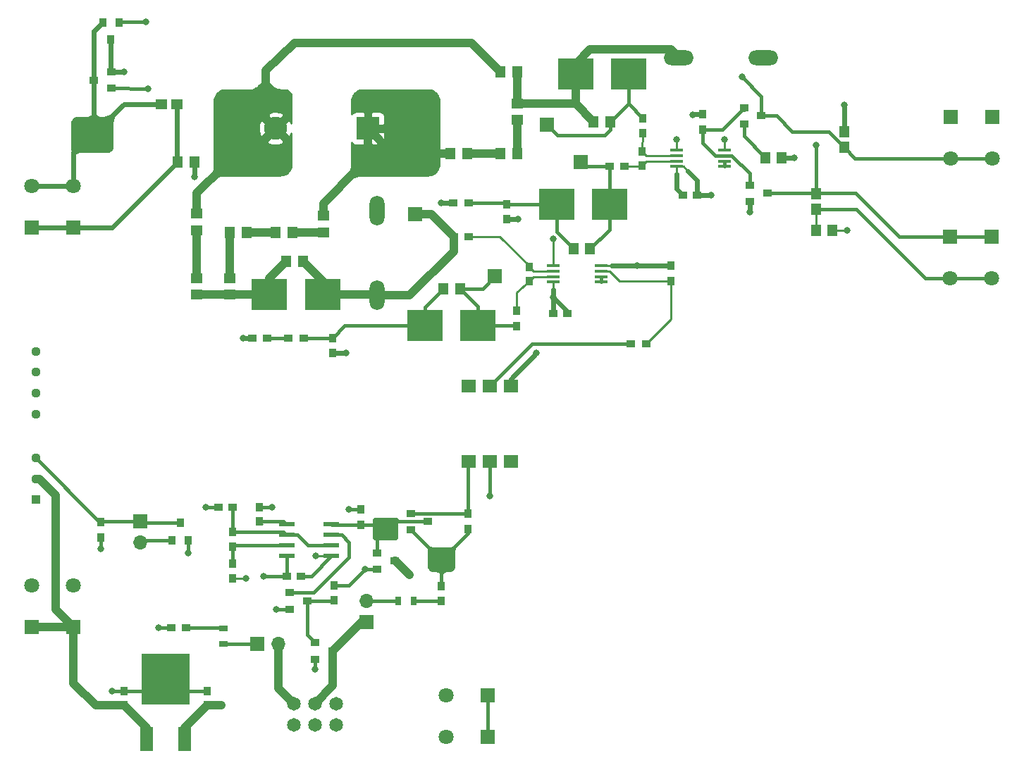
<source format=gtl>
G04 #@! TF.GenerationSoftware,KiCad,Pcbnew,(5.1.10)-1*
G04 #@! TF.CreationDate,2022-04-06T19:53:40-07:00*
G04 #@! TF.ProjectId,RacingTeam,52616369-6e67-4546-9561-6d2e6b696361,rev?*
G04 #@! TF.SameCoordinates,Original*
G04 #@! TF.FileFunction,Copper,L1,Top*
G04 #@! TF.FilePolarity,Positive*
%FSLAX46Y46*%
G04 Gerber Fmt 4.6, Leading zero omitted, Abs format (unit mm)*
G04 Created by KiCad (PCBNEW (5.1.10)-1) date 2022-04-06 19:53:40*
%MOMM*%
%LPD*%
G01*
G04 APERTURE LIST*
G04 #@! TA.AperFunction,SMDPad,CuDef*
%ADD10R,0.950000X0.975000*%
G04 #@! TD*
G04 #@! TA.AperFunction,SMDPad,CuDef*
%ADD11R,0.850000X1.000000*%
G04 #@! TD*
G04 #@! TA.AperFunction,ComponentPad*
%ADD12C,1.130000*%
G04 #@! TD*
G04 #@! TA.AperFunction,ComponentPad*
%ADD13R,1.130000X1.130000*%
G04 #@! TD*
G04 #@! TA.AperFunction,ComponentPad*
%ADD14O,1.700000X1.700000*%
G04 #@! TD*
G04 #@! TA.AperFunction,ComponentPad*
%ADD15R,1.700000X1.700000*%
G04 #@! TD*
G04 #@! TA.AperFunction,SMDPad,CuDef*
%ADD16R,0.950000X1.075000*%
G04 #@! TD*
G04 #@! TA.AperFunction,SMDPad,CuDef*
%ADD17R,1.000000X0.850000*%
G04 #@! TD*
G04 #@! TA.AperFunction,SMDPad,CuDef*
%ADD18R,5.800000X6.200000*%
G04 #@! TD*
G04 #@! TA.AperFunction,SMDPad,CuDef*
%ADD19R,1.600000X3.000000*%
G04 #@! TD*
G04 #@! TA.AperFunction,SMDPad,CuDef*
%ADD20R,0.800000X1.100000*%
G04 #@! TD*
G04 #@! TA.AperFunction,SMDPad,CuDef*
%ADD21R,1.100000X0.800000*%
G04 #@! TD*
G04 #@! TA.AperFunction,SMDPad,CuDef*
%ADD22R,0.975000X0.950000*%
G04 #@! TD*
G04 #@! TA.AperFunction,SMDPad,CuDef*
%ADD23R,1.780000X1.520000*%
G04 #@! TD*
G04 #@! TA.AperFunction,SMDPad,CuDef*
%ADD24R,1.570000X0.410000*%
G04 #@! TD*
G04 #@! TA.AperFunction,SMDPad,CuDef*
%ADD25R,1.200000X1.400000*%
G04 #@! TD*
G04 #@! TA.AperFunction,SMDPad,CuDef*
%ADD26R,1.075000X0.950000*%
G04 #@! TD*
G04 #@! TA.AperFunction,SMDPad,CuDef*
%ADD27R,1.970000X0.600000*%
G04 #@! TD*
G04 #@! TA.AperFunction,SMDPad,CuDef*
%ADD28R,4.240000X3.810000*%
G04 #@! TD*
G04 #@! TA.AperFunction,ComponentPad*
%ADD29R,1.800000X1.800000*%
G04 #@! TD*
G04 #@! TA.AperFunction,ComponentPad*
%ADD30C,1.800000*%
G04 #@! TD*
G04 #@! TA.AperFunction,SMDPad,CuDef*
%ADD31R,1.300000X1.325000*%
G04 #@! TD*
G04 #@! TA.AperFunction,ComponentPad*
%ADD32O,3.581400X1.790700*%
G04 #@! TD*
G04 #@! TA.AperFunction,SMDPad,CuDef*
%ADD33R,1.400000X1.200000*%
G04 #@! TD*
G04 #@! TA.AperFunction,ComponentPad*
%ADD34O,1.790700X3.581400*%
G04 #@! TD*
G04 #@! TA.AperFunction,ComponentPad*
%ADD35C,2.781300*%
G04 #@! TD*
G04 #@! TA.AperFunction,ComponentPad*
%ADD36R,2.781300X2.781300*%
G04 #@! TD*
G04 #@! TA.AperFunction,SMDPad,CuDef*
%ADD37R,1.325000X1.300000*%
G04 #@! TD*
G04 #@! TA.AperFunction,ComponentPad*
%ADD38C,1.650000*%
G04 #@! TD*
G04 #@! TA.AperFunction,ViaPad*
%ADD39C,0.800000*%
G04 #@! TD*
G04 #@! TA.AperFunction,Conductor*
%ADD40C,0.250000*%
G04 #@! TD*
G04 #@! TA.AperFunction,Conductor*
%ADD41C,0.400000*%
G04 #@! TD*
G04 #@! TA.AperFunction,Conductor*
%ADD42C,0.600000*%
G04 #@! TD*
G04 #@! TA.AperFunction,Conductor*
%ADD43C,1.000000*%
G04 #@! TD*
G04 #@! TA.AperFunction,Conductor*
%ADD44C,0.254000*%
G04 #@! TD*
G04 #@! TA.AperFunction,Conductor*
%ADD45C,0.100000*%
G04 #@! TD*
G04 #@! TA.AperFunction,Conductor*
%ADD46C,0.500000*%
G04 #@! TD*
G04 APERTURE END LIST*
D10*
G04 #@! TO.P,R37,2*
G04 #@! TO.N,GLV-*
X121500000Y-95662500D03*
G04 #@! TO.P,R37,1*
G04 #@! TO.N,/Enable*
X121500000Y-93837500D03*
G04 #@! TD*
D11*
G04 #@! TO.P,Q9,3*
G04 #@! TO.N,/Enable*
X131020000Y-93900000D03*
G04 #@! TO.P,Q9,1*
G04 #@! TO.N,/Shutdown*
X130040000Y-96000000D03*
G04 #@! TO.P,Q9,2*
G04 #@! TO.N,GLV+*
X132000000Y-96000000D03*
G04 #@! TD*
D12*
G04 #@! TO.P,PS1,7*
G04 #@! TO.N,GND*
X113650000Y-75820000D03*
G04 #@! TO.P,PS1,6*
G04 #@! TO.N,+12V*
X113650000Y-78320000D03*
G04 #@! TO.P,PS1,5*
G04 #@! TO.N,N/C*
X113650000Y-80820000D03*
G04 #@! TO.P,PS1,8*
X113650000Y-73320000D03*
G04 #@! TO.P,PS1,3*
G04 #@! TO.N,/Enable*
X113650000Y-86120000D03*
G04 #@! TO.P,PS1,2*
G04 #@! TO.N,+BATT*
X113650000Y-88620000D03*
D13*
G04 #@! TO.P,PS1,1*
G04 #@! TO.N,GLV-*
X113650000Y-91120000D03*
G04 #@! TD*
D14*
G04 #@! TO.P,JP3,2*
G04 #@! TO.N,/Shutdown*
X126250000Y-96250000D03*
D15*
G04 #@! TO.P,JP3,1*
G04 #@! TO.N,/Enable*
X126250000Y-93710000D03*
G04 #@! TD*
D16*
G04 #@! TO.P,C10,1*
G04 #@! TO.N,GLV+*
X134250000Y-115862500D03*
G04 #@! TO.P,C10,2*
G04 #@! TO.N,GLV-*
X134250000Y-114137500D03*
G04 #@! TD*
D17*
G04 #@! TO.P,Q4,2*
G04 #@! TO.N,+12V*
X122750000Y-39720000D03*
G04 #@! TO.P,Q4,1*
G04 #@! TO.N,/AIRON*
X122750000Y-41680000D03*
G04 #@! TO.P,Q4,3*
G04 #@! TO.N,/DischargeIn*
X120650000Y-40700000D03*
G04 #@! TD*
D18*
G04 #@! TO.P,U4,4*
G04 #@! TO.N,GLV-*
X129300000Y-112700000D03*
D19*
G04 #@! TO.P,U4,3*
G04 #@! TO.N,GLV+*
X131590000Y-119910000D03*
G04 #@! TO.P,U4,1*
G04 #@! TO.N,+BATT*
X127010000Y-119910000D03*
G04 #@! TD*
D10*
G04 #@! TO.P,R32,1*
G04 #@! TO.N,/OBLEDResistorRed*
X162400000Y-103300000D03*
G04 #@! TO.P,R32,2*
G04 #@! TO.N,GLV-*
X162400000Y-101475000D03*
G04 #@! TD*
D20*
G04 #@! TO.P,D8,1*
G04 #@! TO.N,/OBLEDResistorRed*
X159100000Y-103300000D03*
G04 #@! TO.P,D8,2*
G04 #@! TO.N,/OBLEDRed*
X157200000Y-103300000D03*
G04 #@! TD*
D14*
G04 #@! TO.P,JP2,2*
G04 #@! TO.N,/OBLEDRed*
X153400000Y-103300000D03*
D15*
G04 #@! TO.P,JP2,1*
G04 #@! TO.N,/RED+*
X153400000Y-105840000D03*
G04 #@! TD*
D10*
G04 #@! TO.P,R26,1*
G04 #@! TO.N,/InvertBus*
X165600000Y-92800000D03*
G04 #@! TO.P,R26,2*
G04 #@! TO.N,GLV-*
X165600000Y-94625000D03*
G04 #@! TD*
D17*
G04 #@! TO.P,Q5,3*
G04 #@! TO.N,/555Reset*
X160800000Y-93750000D03*
G04 #@! TO.P,Q5,1*
G04 #@! TO.N,/InvertBus*
X158700000Y-92770000D03*
G04 #@! TO.P,Q5,2*
G04 #@! TO.N,GLV-*
X158700000Y-94730000D03*
G04 #@! TD*
D10*
G04 #@! TO.P,R27,2*
G04 #@! TO.N,/555Reset*
X152700000Y-94112500D03*
G04 #@! TO.P,R27,1*
G04 #@! TO.N,GLV+*
X152700000Y-92287500D03*
G04 #@! TD*
D17*
G04 #@! TO.P,Q8,2*
G04 #@! TO.N,GLV+*
X147250000Y-110280000D03*
G04 #@! TO.P,Q8,1*
G04 #@! TO.N,/555DriveRED*
X147250000Y-108320000D03*
G04 #@! TO.P,Q8,3*
G04 #@! TO.N,/RED+*
X149350000Y-109300000D03*
G04 #@! TD*
G04 #@! TO.P,Q7,2*
G04 #@! TO.N,GLV-*
X144150000Y-104280000D03*
G04 #@! TO.P,Q7,1*
G04 #@! TO.N,/555Output*
X144150000Y-102320000D03*
G04 #@! TO.P,Q7,3*
G04 #@! TO.N,/555DriveRED*
X146250000Y-103300000D03*
G04 #@! TD*
D10*
G04 #@! TO.P,R31,2*
G04 #@! TO.N,/555DriveRED*
X149500000Y-103250000D03*
G04 #@! TO.P,R31,1*
G04 #@! TO.N,GLV+*
X149500000Y-101425000D03*
G04 #@! TD*
D16*
G04 #@! TO.P,C9,2*
G04 #@! TO.N,GLV-*
X124300000Y-114137500D03*
G04 #@! TO.P,C9,1*
G04 #@! TO.N,+BATT*
X124300000Y-115862500D03*
G04 #@! TD*
D15*
G04 #@! TO.P,JP1,1*
G04 #@! TO.N,/OBLEDGreen*
X140250000Y-108500000D03*
D14*
G04 #@! TO.P,JP1,2*
G04 #@! TO.N,/Green+*
X142790000Y-108500000D03*
G04 #@! TD*
D21*
G04 #@! TO.P,D6,2*
G04 #@! TO.N,/OBLEDGreen*
X136250000Y-108500000D03*
G04 #@! TO.P,D6,1*
G04 #@! TO.N,/OBLEDResistorGreen*
X136250000Y-106600000D03*
G04 #@! TD*
D22*
G04 #@! TO.P,R28,1*
G04 #@! TO.N,/OBLEDResistorGreen*
X131750000Y-106500000D03*
G04 #@! TO.P,R28,2*
G04 #@! TO.N,GLV-*
X129925000Y-106500000D03*
G04 #@! TD*
D17*
G04 #@! TO.P,Q6,3*
G04 #@! TO.N,/Green+*
X156800000Y-98500000D03*
G04 #@! TO.P,Q6,1*
G04 #@! TO.N,/555Reset*
X154700000Y-97520000D03*
G04 #@! TO.P,Q6,2*
G04 #@! TO.N,GLV+*
X154700000Y-99480000D03*
G04 #@! TD*
D23*
G04 #@! TO.P,U3,3*
G04 #@! TO.N,N/C*
X165660000Y-77495000D03*
G04 #@! TO.P,U3,1*
G04 #@! TO.N,+12V*
X170740000Y-77495000D03*
G04 #@! TO.P,U3,2*
G04 #@! TO.N,Net-(R24-Pad2)*
X168200000Y-77495000D03*
G04 #@! TO.P,U3,4*
G04 #@! TO.N,/InvertBus*
X165660000Y-86505000D03*
G04 #@! TO.P,U3,6*
G04 #@! TO.N,Net-(U3-Pad6)*
X170740000Y-86505000D03*
G04 #@! TO.P,U3,5*
G04 #@! TO.N,GLV+*
X168200000Y-86505000D03*
G04 #@! TD*
D16*
G04 #@! TO.P,C3,1*
G04 #@! TO.N,/TSAL_LM311V+*
X172950000Y-63125000D03*
G04 #@! TO.P,C3,2*
G04 #@! TO.N,/TSAL_LM311V-*
X172950000Y-64850000D03*
G04 #@! TD*
D24*
G04 #@! TO.P,U2,1*
G04 #@! TO.N,GND*
X175830000Y-63025000D03*
G04 #@! TO.P,U2,2*
G04 #@! TO.N,/TSAL_LM311V+*
X175830000Y-63675000D03*
G04 #@! TO.P,U2,3*
G04 #@! TO.N,/TSAL_LM311V-*
X175830000Y-64325000D03*
G04 #@! TO.P,U2,4*
G04 #@! TO.N,GND*
X175830000Y-64975000D03*
G04 #@! TO.P,U2,5*
G04 #@! TO.N,Net-(U2-Pad5)*
X181570000Y-64975000D03*
G04 #@! TO.P,U2,6*
X181570000Y-64325000D03*
G04 #@! TO.P,U2,7*
G04 #@! TO.N,/TSALCompOut*
X181570000Y-63675000D03*
G04 #@! TO.P,U2,8*
G04 #@! TO.N,+12V*
X181570000Y-63025000D03*
G04 #@! TD*
D25*
G04 #@! TO.P,R36,2*
G04 #@! TO.N,/PrechargeTP-*
X180250000Y-61000000D03*
G04 #@! TO.P,R36,1*
G04 #@! TO.N,/PrechargeRef2*
X178250000Y-61000000D03*
G04 #@! TD*
D10*
G04 #@! TO.P,R5,2*
G04 #@! TO.N,GND*
X170250000Y-57412500D03*
G04 #@! TO.P,R5,1*
G04 #@! TO.N,/PrechargeRef2*
X170250000Y-55587500D03*
G04 #@! TD*
D26*
G04 #@! TO.P,C8,1*
G04 #@! TO.N,/555Trigger*
X137300000Y-92000000D03*
G04 #@! TO.P,C8,2*
G04 #@! TO.N,GLV-*
X135575000Y-92000000D03*
G04 #@! TD*
D27*
G04 #@! TO.P,U6,8*
G04 #@! TO.N,GLV+*
X143800000Y-97905000D03*
G04 #@! TO.P,U6,7*
G04 #@! TO.N,/555Discharge*
X143800000Y-96635000D03*
G04 #@! TO.P,U6,6*
G04 #@! TO.N,/555Trigger*
X143800000Y-95365000D03*
G04 #@! TO.P,U6,5*
G04 #@! TO.N,Net-(C6-Pad1)*
X143800000Y-94095000D03*
G04 #@! TO.P,U6,4*
G04 #@! TO.N,/555Reset*
X149200000Y-94095000D03*
G04 #@! TO.P,U6,3*
G04 #@! TO.N,/555Output*
X149200000Y-95365000D03*
G04 #@! TO.P,U6,2*
G04 #@! TO.N,/555Trigger*
X149200000Y-96635000D03*
G04 #@! TO.P,U6,1*
G04 #@! TO.N,GLV-*
X149200000Y-97905000D03*
G04 #@! TD*
D26*
G04 #@! TO.P,C5,1*
G04 #@! TO.N,GLV+*
X143837500Y-100300000D03*
G04 #@! TO.P,C5,2*
G04 #@! TO.N,GLV-*
X145562500Y-100300000D03*
G04 #@! TD*
D16*
G04 #@! TO.P,C6,2*
G04 #@! TO.N,GLV-*
X140500000Y-92000000D03*
G04 #@! TO.P,C6,1*
G04 #@! TO.N,Net-(C6-Pad1)*
X140500000Y-93725000D03*
G04 #@! TD*
D10*
G04 #@! TO.P,R30,1*
G04 #@! TO.N,/555Discharge*
X137300000Y-96800000D03*
G04 #@! TO.P,R30,2*
G04 #@! TO.N,/555Trigger*
X137300000Y-94975000D03*
G04 #@! TD*
G04 #@! TO.P,R29,1*
G04 #@! TO.N,GLV+*
X137300000Y-100600000D03*
G04 #@! TO.P,R29,2*
G04 #@! TO.N,/555Discharge*
X137300000Y-98775000D03*
G04 #@! TD*
D22*
G04 #@! TO.P,R4,2*
G04 #@! TO.N,/PrechargeRef2*
X165662500Y-55500000D03*
G04 #@! TO.P,R4,1*
G04 #@! TO.N,+12V*
X163837500Y-55500000D03*
G04 #@! TD*
G04 #@! TO.P,R18,1*
G04 #@! TO.N,/TSAL_LM311V+*
X165700000Y-59500000D03*
G04 #@! TO.P,R18,2*
G04 #@! TO.N,/BusRefTSAL*
X163875000Y-59500000D03*
G04 #@! TD*
D25*
G04 #@! TO.P,R34,1*
G04 #@! TO.N,/TSALRef*
X164650000Y-65750000D03*
G04 #@! TO.P,R34,2*
G04 #@! TO.N,/TSALREFOut*
X162650000Y-65750000D03*
G04 #@! TD*
D15*
G04 #@! TO.P,J4,1*
G04 #@! TO.N,/TSALRef*
X168800000Y-64300000D03*
G04 #@! TD*
D28*
G04 #@! TO.P,F2,2*
G04 #@! TO.N,/TSALREFOut*
X160420000Y-70200000D03*
G04 #@! TO.P,F2,1*
G04 #@! TO.N,/TSALRef*
X166800000Y-70200000D03*
G04 #@! TD*
D10*
G04 #@! TO.P,R19,1*
G04 #@! TO.N,/TSAL_LM311V-*
X171450000Y-68425000D03*
G04 #@! TO.P,R19,2*
G04 #@! TO.N,/TSALRef*
X171450000Y-70250000D03*
G04 #@! TD*
D26*
G04 #@! TO.P,C4,2*
G04 #@! TO.N,GND*
X177562500Y-68750000D03*
G04 #@! TO.P,C4,1*
X175837500Y-68750000D03*
G04 #@! TD*
D22*
G04 #@! TO.P,R24,2*
G04 #@! TO.N,Net-(R24-Pad2)*
X185187500Y-72400000D03*
G04 #@! TO.P,R24,1*
G04 #@! TO.N,/TSALCompOut*
X187012500Y-72400000D03*
G04 #@! TD*
D10*
G04 #@! TO.P,R22,1*
G04 #@! TO.N,/TSALCompOut*
X190000000Y-64850000D03*
G04 #@! TO.P,R22,2*
G04 #@! TO.N,+12V*
X190000000Y-63025000D03*
G04 #@! TD*
D29*
G04 #@! TO.P,J6,1*
G04 #@! TO.N,/PreChargeON*
X228500000Y-59500000D03*
D30*
G04 #@! TO.P,J6,2*
G04 #@! TO.N,/PrechargeRelayOut*
X228500000Y-64500000D03*
D29*
G04 #@! TO.P,J6,1*
G04 #@! TO.N,/PreChargeON*
X223500000Y-59500000D03*
D30*
G04 #@! TO.P,J6,2*
G04 #@! TO.N,/PrechargeRelayOut*
X223500000Y-64500000D03*
G04 #@! TD*
G04 #@! TO.P,J7,2*
G04 #@! TO.N,/AIRON*
X223600000Y-50100000D03*
D29*
G04 #@! TO.P,J7,1*
G04 #@! TO.N,+12V*
X223600000Y-45100000D03*
D30*
G04 #@! TO.P,J7,2*
G04 #@! TO.N,/AIRON*
X228600000Y-50100000D03*
D29*
G04 #@! TO.P,J7,1*
G04 #@! TO.N,+12V*
X228600000Y-45100000D03*
G04 #@! TD*
D17*
G04 #@! TO.P,Q1,3*
G04 #@! TO.N,/PreChargeON*
X201550000Y-54300000D03*
G04 #@! TO.P,Q1,1*
G04 #@! TO.N,/PrechargeCompOUT*
X199450000Y-53320000D03*
G04 #@! TO.P,Q1,2*
G04 #@! TO.N,+12V*
X199450000Y-55280000D03*
G04 #@! TD*
D25*
G04 #@! TO.P,R21,1*
G04 #@! TO.N,GND*
X209400000Y-58800000D03*
G04 #@! TO.P,R21,2*
G04 #@! TO.N,/PrechargeRelayOut*
X207400000Y-58800000D03*
G04 #@! TD*
D31*
G04 #@! TO.P,D3,2*
G04 #@! TO.N,/PrechargeRelayOut*
X207400000Y-56250000D03*
G04 #@! TO.P,D3,1*
G04 #@! TO.N,/PreChargeON*
X207400000Y-54325000D03*
G04 #@! TD*
D25*
G04 #@! TO.P,R23,2*
G04 #@! TO.N,Net-(Q2-Pad2)*
X201300000Y-50000000D03*
G04 #@! TO.P,R23,1*
G04 #@! TO.N,GND*
X203300000Y-50000000D03*
G04 #@! TD*
D31*
G04 #@! TO.P,D4,1*
G04 #@! TO.N,+12V*
X210800000Y-46875000D03*
G04 #@! TO.P,D4,2*
G04 #@! TO.N,/AIRON*
X210800000Y-48800000D03*
G04 #@! TD*
D17*
G04 #@! TO.P,Q2,3*
G04 #@! TO.N,/AIRON*
X200850000Y-45000000D03*
G04 #@! TO.P,Q2,1*
G04 #@! TO.N,/PrechargeCompOUT*
X198750000Y-44020000D03*
G04 #@! TO.P,Q2,2*
G04 #@! TO.N,Net-(Q2-Pad2)*
X198750000Y-45980000D03*
G04 #@! TD*
D28*
G04 #@! TO.P,F5,1*
G04 #@! TO.N,/PrechargeRef2*
X176220000Y-55600000D03*
G04 #@! TO.P,F5,2*
G04 #@! TO.N,/PrechargeTP-*
X182600000Y-55600000D03*
G04 #@! TD*
D26*
G04 #@! TO.P,C2,1*
G04 #@! TO.N,GND*
X191387500Y-54500000D03*
G04 #@! TO.P,C2,2*
X193112500Y-54500000D03*
G04 #@! TD*
D10*
G04 #@! TO.P,R20,2*
G04 #@! TO.N,+12V*
X193800000Y-44825000D03*
G04 #@! TO.P,R20,1*
G04 #@! TO.N,/PrechargeCompOUT*
X193800000Y-46650000D03*
G04 #@! TD*
D24*
G04 #@! TO.P,U1,8*
G04 #@! TO.N,+12V*
X196370000Y-49125000D03*
G04 #@! TO.P,U1,7*
G04 #@! TO.N,/PrechargeCompOUT*
X196370000Y-49775000D03*
G04 #@! TO.P,U1,6*
G04 #@! TO.N,Net-(U1-Pad5)*
X196370000Y-50425000D03*
G04 #@! TO.P,U1,5*
X196370000Y-51075000D03*
G04 #@! TO.P,U1,4*
G04 #@! TO.N,GND*
X190630000Y-51075000D03*
G04 #@! TO.P,U1,3*
G04 #@! TO.N,/PrechargeV-*
X190630000Y-50425000D03*
G04 #@! TO.P,U1,2*
G04 #@! TO.N,/PreChargeV+*
X190630000Y-49775000D03*
G04 #@! TO.P,U1,1*
G04 #@! TO.N,GND*
X190630000Y-49125000D03*
G04 #@! TD*
D10*
G04 #@! TO.P,R16,2*
G04 #@! TO.N,/PrechargeTP+*
X186550000Y-45287500D03*
G04 #@! TO.P,R16,1*
G04 #@! TO.N,/PreChargeV+*
X186550000Y-47112500D03*
G04 #@! TD*
D16*
G04 #@! TO.P,C1,2*
G04 #@! TO.N,/PrechargeV-*
X186500000Y-51000000D03*
G04 #@! TO.P,C1,1*
G04 #@! TO.N,/PreChargeV+*
X186500000Y-49275000D03*
G04 #@! TD*
D22*
G04 #@! TO.P,R17,2*
G04 #@! TO.N,/PrechargeTP-*
X182575000Y-51050000D03*
G04 #@! TO.P,R17,1*
G04 #@! TO.N,/PrechargeV-*
X184400000Y-51050000D03*
G04 #@! TD*
D15*
G04 #@! TO.P,J2,1*
G04 #@! TO.N,/PrechargeTP-*
X179120000Y-50580000D03*
G04 #@! TD*
G04 #@! TO.P,J3,1*
G04 #@! TO.N,/PrechargeTP+*
X175100000Y-46100000D03*
G04 #@! TD*
D32*
G04 #@! TO.P,D1,2*
G04 #@! TO.N,GND*
X201080000Y-38000000D03*
G04 #@! TO.P,D1,1*
G04 #@! TO.N,/PrechargeBus*
X190920000Y-38000000D03*
G04 #@! TD*
D28*
G04 #@! TO.P,F6,2*
G04 #@! TO.N,/PrechargeTP+*
X184880000Y-40000000D03*
G04 #@! TO.P,F6,1*
G04 #@! TO.N,/PrechargeBus*
X178500000Y-40000000D03*
G04 #@! TD*
D25*
G04 #@! TO.P,R11,2*
G04 #@! TO.N,/BusReturn*
X169500000Y-39750000D03*
G04 #@! TO.P,R11,1*
G04 #@! TO.N,/PrechargeBus*
X171500000Y-39750000D03*
G04 #@! TD*
G04 #@! TO.P,R35,1*
G04 #@! TO.N,/PrechargeTP+*
X182700000Y-45700000D03*
G04 #@! TO.P,R35,2*
G04 #@! TO.N,/PrechargeBus*
X180700000Y-45700000D03*
G04 #@! TD*
D33*
G04 #@! TO.P,R10,1*
G04 #@! TO.N,Net-(R10-Pad1)*
X171500000Y-45500000D03*
G04 #@! TO.P,R10,2*
G04 #@! TO.N,/PrechargeBus*
X171500000Y-43500000D03*
G04 #@! TD*
D25*
G04 #@! TO.P,R9,2*
G04 #@! TO.N,Net-(R10-Pad1)*
X171500000Y-49500000D03*
G04 #@! TO.P,R9,1*
G04 #@! TO.N,Net-(R8-Pad2)*
X169500000Y-49500000D03*
G04 #@! TD*
G04 #@! TO.P,R8,2*
G04 #@! TO.N,Net-(R8-Pad2)*
X165500000Y-49500000D03*
G04 #@! TO.P,R8,1*
G04 #@! TO.N,/BusLine*
X163500000Y-49500000D03*
G04 #@! TD*
D34*
G04 #@! TO.P,D2,1*
G04 #@! TO.N,/BusRefTSAL*
X154700000Y-66560000D03*
G04 #@! TO.P,D2,2*
G04 #@! TO.N,GND*
X154700000Y-56400000D03*
G04 #@! TD*
D15*
G04 #@! TO.P,J5,1*
G04 #@! TO.N,/BusRefTSAL*
X159200000Y-56800000D03*
G04 #@! TD*
D33*
G04 #@! TO.P,R6,2*
G04 #@! TO.N,/BusLine*
X148250000Y-57000000D03*
G04 #@! TO.P,R6,1*
G04 #@! TO.N,Net-(R12-Pad2)*
X148250000Y-59000000D03*
G04 #@! TD*
D25*
G04 #@! TO.P,R12,1*
G04 #@! TO.N,Net-(R12-Pad1)*
X142500000Y-59000000D03*
G04 #@! TO.P,R12,2*
G04 #@! TO.N,Net-(R12-Pad2)*
X144500000Y-59000000D03*
G04 #@! TD*
G04 #@! TO.P,R33,1*
G04 #@! TO.N,/BusRefTSAL*
X145750000Y-62500000D03*
G04 #@! TO.P,R33,2*
G04 #@! TO.N,/BusOutTSAL*
X143750000Y-62500000D03*
G04 #@! TD*
D10*
G04 #@! TO.P,R3,1*
G04 #@! TO.N,GND*
X149300000Y-73500000D03*
G04 #@! TO.P,R3,2*
G04 #@! TO.N,/TSALREFOut*
X149300000Y-71675000D03*
G04 #@! TD*
D22*
G04 #@! TO.P,R2,1*
G04 #@! TO.N,/TSALREFOut*
X145825000Y-71700000D03*
G04 #@! TO.P,R2,2*
G04 #@! TO.N,Net-(R1-Pad1)*
X144000000Y-71700000D03*
G04 #@! TD*
G04 #@! TO.P,R1,2*
G04 #@! TO.N,+12V*
X139675000Y-71700000D03*
G04 #@! TO.P,R1,1*
G04 #@! TO.N,Net-(R1-Pad1)*
X141500000Y-71700000D03*
G04 #@! TD*
D28*
G04 #@! TO.P,F1,1*
G04 #@! TO.N,/BusRefTSAL*
X148130000Y-66500000D03*
G04 #@! TO.P,F1,2*
G04 #@! TO.N,/BusOutTSAL*
X141750000Y-66500000D03*
G04 #@! TD*
D33*
G04 #@! TO.P,R14,1*
G04 #@! TO.N,Net-(R13-Pad2)*
X137000000Y-64500000D03*
G04 #@! TO.P,R14,2*
G04 #@! TO.N,/BusOutTSAL*
X137000000Y-66500000D03*
G04 #@! TD*
G04 #@! TO.P,R15,1*
G04 #@! TO.N,/BusOutTSAL*
X133000000Y-66500000D03*
G04 #@! TO.P,R15,2*
G04 #@! TO.N,Net-(R15-Pad2)*
X133000000Y-64500000D03*
G04 #@! TD*
D25*
G04 #@! TO.P,R13,2*
G04 #@! TO.N,Net-(R13-Pad2)*
X137000000Y-59000000D03*
G04 #@! TO.P,R13,1*
G04 #@! TO.N,Net-(R12-Pad1)*
X139000000Y-59000000D03*
G04 #@! TD*
D33*
G04 #@! TO.P,R7,1*
G04 #@! TO.N,Net-(R15-Pad2)*
X133000000Y-58750000D03*
G04 #@! TO.P,R7,2*
G04 #@! TO.N,/BusReturn*
X133000000Y-56750000D03*
G04 #@! TD*
D35*
G04 #@! TO.P,J1,2*
G04 #@! TO.N,/BusReturn*
X142437400Y-46500000D03*
D36*
G04 #@! TO.P,J1,1*
G04 #@! TO.N,/BusLine*
X153562600Y-46500000D03*
G04 #@! TD*
D37*
G04 #@! TO.P,D5,1*
G04 #@! TO.N,/DischargeIn*
X128737500Y-43600000D03*
G04 #@! TO.P,D5,2*
G04 #@! TO.N,/DischargeOut*
X130662500Y-43600000D03*
G04 #@! TD*
D25*
G04 #@! TO.P,R25,2*
G04 #@! TO.N,/DischargeOut*
X130700000Y-50550000D03*
G04 #@! TO.P,R25,1*
G04 #@! TO.N,GND*
X132700000Y-50550000D03*
G04 #@! TD*
D11*
G04 #@! TO.P,Q3,2*
G04 #@! TO.N,/DischargeIn*
X121720000Y-33750000D03*
G04 #@! TO.P,Q3,1*
G04 #@! TO.N,/PreChargeON*
X123680000Y-33750000D03*
G04 #@! TO.P,Q3,3*
G04 #@! TO.N,+12V*
X122700000Y-35850000D03*
G04 #@! TD*
D30*
G04 #@! TO.P,J8,2*
G04 #@! TO.N,/DischargeIn*
X118200000Y-53400000D03*
D29*
G04 #@! TO.P,J8,1*
G04 #@! TO.N,/DischargeOut*
X118200000Y-58400000D03*
D30*
G04 #@! TO.P,J8,2*
G04 #@! TO.N,/DischargeIn*
X113200000Y-53400000D03*
D29*
G04 #@! TO.P,J8,1*
G04 #@! TO.N,/DischargeOut*
X113200000Y-58400000D03*
G04 #@! TD*
D30*
G04 #@! TO.P,J11,2*
G04 #@! TO.N,GLV-*
X163000000Y-114600000D03*
D29*
G04 #@! TO.P,J11,1*
G04 #@! TO.N,/Shutdown*
X168000000Y-114600000D03*
D30*
G04 #@! TO.P,J11,2*
G04 #@! TO.N,GLV-*
X163000000Y-119600000D03*
D29*
G04 #@! TO.P,J11,1*
G04 #@! TO.N,/Shutdown*
X168000000Y-119600000D03*
G04 #@! TD*
D38*
G04 #@! TO.P,J9,5*
G04 #@! TO.N,GLV-*
X149740000Y-118170000D03*
G04 #@! TO.P,J9,6*
X149740000Y-115630000D03*
G04 #@! TO.P,J9,3*
X147200000Y-118170000D03*
G04 #@! TO.P,J9,4*
G04 #@! TO.N,/RED+*
X147200000Y-115630000D03*
G04 #@! TO.P,J9,1*
G04 #@! TO.N,GLV+*
X144660000Y-118170000D03*
G04 #@! TO.P,J9,2*
G04 #@! TO.N,/Green+*
X144660000Y-115630000D03*
G04 #@! TD*
D29*
G04 #@! TO.P,J10,1*
G04 #@! TO.N,+BATT*
X113200000Y-106400000D03*
D30*
G04 #@! TO.P,J10,2*
G04 #@! TO.N,GLV-*
X113200000Y-101400000D03*
D29*
G04 #@! TO.P,J10,1*
G04 #@! TO.N,+BATT*
X118200000Y-106400000D03*
D30*
G04 #@! TO.P,J10,2*
G04 #@! TO.N,GLV-*
X118200000Y-101400000D03*
G04 #@! TD*
D39*
G04 #@! TO.N,+12V*
X138550000Y-71700000D03*
X162350000Y-55500000D03*
X210800000Y-43700000D03*
X196375000Y-47800000D03*
X192575000Y-44850000D03*
X185900000Y-63025000D03*
X173825000Y-73500000D03*
X199450000Y-56600000D03*
X124300000Y-39700000D03*
G04 #@! TO.N,GLV+*
X138900000Y-100600000D03*
X151300000Y-92300000D03*
X136000000Y-115900000D03*
X147250000Y-111500000D03*
X153200000Y-99500000D03*
X141000000Y-100300000D03*
X168180000Y-90680000D03*
X132000000Y-97500000D03*
G04 #@! TO.N,GND*
X150900000Y-73500000D03*
X171600000Y-57400000D03*
X211150000Y-58800000D03*
X204825000Y-50050000D03*
X194840000Y-54490000D03*
X190650000Y-47825000D03*
X132700000Y-52300000D03*
X175850000Y-59800000D03*
X175800000Y-66775000D03*
G04 #@! TO.N,/AIRON*
X198500000Y-40325000D03*
X127190000Y-41750000D03*
G04 #@! TO.N,/Green+*
X158600000Y-100200000D03*
G04 #@! TO.N,GLV-*
X134100000Y-92000000D03*
X162400000Y-98400000D03*
X142550000Y-104300000D03*
X122800000Y-114150000D03*
X128450000Y-106500000D03*
X147300000Y-97900000D03*
X142060000Y-92000000D03*
X121500000Y-97000000D03*
G04 #@! TO.N,/PreChargeON*
X207400000Y-48550000D03*
X126900000Y-33700000D03*
G04 #@! TD*
D40*
G04 #@! TO.N,Net-(C6-Pad1)*
X140870000Y-94095000D02*
X140500000Y-93725000D01*
D41*
X143430000Y-93725000D02*
X143800000Y-94095000D01*
X140500000Y-93725000D02*
X143430000Y-93725000D01*
D42*
G04 #@! TO.N,+12V*
X163837500Y-55500000D02*
X162350000Y-55500000D01*
X196370000Y-47805000D02*
X196375000Y-47800000D01*
D40*
X196370000Y-49125000D02*
X196370000Y-47805000D01*
D42*
X192600000Y-44825000D02*
X192575000Y-44850000D01*
X193800000Y-44825000D02*
X192600000Y-44825000D01*
X170740000Y-76585000D02*
X173825000Y-73500000D01*
X170740000Y-77495000D02*
X170740000Y-76585000D01*
X199450000Y-55280000D02*
X199450000Y-56600000D01*
X185900000Y-63025000D02*
X190000000Y-63025000D01*
X185900000Y-63025000D02*
X185844999Y-62969999D01*
D40*
X181570000Y-63025000D02*
X182825000Y-63025000D01*
D42*
X185900000Y-63025000D02*
X182825000Y-63025000D01*
X139675000Y-71700000D02*
X138550000Y-71700000D01*
X124280000Y-39720000D02*
X124300000Y-39700000D01*
X122750000Y-39720000D02*
X124280000Y-39720000D01*
X122700000Y-39670000D02*
X122750000Y-39720000D01*
X122700000Y-35850000D02*
X122700000Y-39670000D01*
X210800000Y-46875000D02*
X210800000Y-43700000D01*
D43*
G04 #@! TO.N,GLV+*
X131590000Y-118522500D02*
X134250000Y-115862500D01*
D40*
X131590000Y-119910000D02*
X131590000Y-118522500D01*
X151312500Y-92287500D02*
X151300000Y-92300000D01*
D41*
X152700000Y-92287500D02*
X151312500Y-92287500D01*
D40*
X135962500Y-115862500D02*
X136000000Y-115900000D01*
D43*
X134250000Y-115862500D02*
X135962500Y-115862500D01*
D41*
X147250000Y-110280000D02*
X147250000Y-111500000D01*
D40*
X153220000Y-99480000D02*
X153200000Y-99500000D01*
D41*
X154700000Y-99480000D02*
X153220000Y-99480000D01*
X151275000Y-101425000D02*
X153200000Y-99500000D01*
X149500000Y-101425000D02*
X151275000Y-101425000D01*
D40*
X138900000Y-100600000D02*
X137300000Y-100600000D01*
D41*
X168200000Y-90660000D02*
X168180000Y-90680000D01*
X168200000Y-86505000D02*
X168200000Y-90660000D01*
X143837500Y-97942500D02*
X143800000Y-97905000D01*
X143837500Y-100300000D02*
X143837500Y-97942500D01*
X141000000Y-100300000D02*
X143837500Y-100300000D01*
X132000000Y-96000000D02*
X132000000Y-97500000D01*
D43*
G04 #@! TO.N,Net-(R12-Pad2)*
X148250000Y-59000000D02*
X144500000Y-59000000D01*
G04 #@! TO.N,Net-(R15-Pad2)*
X133000000Y-64500000D02*
X133000000Y-58750000D01*
G04 #@! TO.N,Net-(R8-Pad2)*
X165500000Y-49500000D02*
X169500000Y-49500000D01*
G04 #@! TO.N,Net-(R10-Pad1)*
X171500000Y-49500000D02*
X171500000Y-45500000D01*
G04 #@! TO.N,Net-(R12-Pad1)*
X142500000Y-59000000D02*
X139000000Y-59000000D01*
G04 #@! TO.N,Net-(R13-Pad2)*
X137000000Y-59000000D02*
X137000000Y-64500000D01*
D41*
G04 #@! TO.N,Net-(R24-Pad2)*
X173295000Y-72400000D02*
X168200000Y-77495000D01*
X185187500Y-72400000D02*
X173295000Y-72400000D01*
D40*
G04 #@! TO.N,/PrechargeV-*
X186450000Y-50850000D02*
X186500000Y-50900000D01*
X187050000Y-50425000D02*
X190630000Y-50425000D01*
X187050000Y-50450000D02*
X186500000Y-51000000D01*
X187050000Y-50425000D02*
X187050000Y-50450000D01*
X186450000Y-51050000D02*
X186500000Y-51000000D01*
X184400000Y-51050000D02*
X186450000Y-51050000D01*
G04 #@! TO.N,/PreChargeV+*
X187000000Y-49775000D02*
X186500000Y-49275000D01*
X190630000Y-49775000D02*
X187000000Y-49775000D01*
X186550000Y-47112500D02*
X186500000Y-49175000D01*
D41*
G04 #@! TO.N,/PrechargeTP-*
X182600000Y-58650000D02*
X180250000Y-61000000D01*
X182600000Y-55600000D02*
X182600000Y-58650000D01*
X182600000Y-50875000D02*
X182575000Y-50850000D01*
X179550000Y-50850000D02*
X179000000Y-50300000D01*
X182600000Y-51075000D02*
X182575000Y-51050000D01*
X182600000Y-55600000D02*
X182600000Y-51075000D01*
X179750000Y-51050000D02*
X179000000Y-50300000D01*
X182575000Y-51050000D02*
X179750000Y-51050000D01*
D42*
G04 #@! TO.N,GND*
X149300000Y-73500000D02*
X150900000Y-73500000D01*
X171587500Y-57412500D02*
X171600000Y-57400000D01*
X170250000Y-57412500D02*
X171587500Y-57412500D01*
X204775000Y-50000000D02*
X204825000Y-50050000D01*
X203300000Y-50000000D02*
X204775000Y-50000000D01*
X193112500Y-52737500D02*
X193125000Y-52725000D01*
X193112500Y-54500000D02*
X193112500Y-52737500D01*
D40*
X190630000Y-51075000D02*
X191475000Y-51075000D01*
D42*
X190630000Y-47845000D02*
X190650000Y-47825000D01*
D40*
X190630000Y-49125000D02*
X190630000Y-47845000D01*
X175850000Y-63005000D02*
X175830000Y-63025000D01*
X175850000Y-59800000D02*
X175850000Y-63005000D01*
D42*
X175837500Y-66812500D02*
X175800000Y-66775000D01*
X175837500Y-68750000D02*
X175837500Y-66812500D01*
D40*
X175800000Y-65005000D02*
X175830000Y-64975000D01*
X175800000Y-66050000D02*
X175800000Y-65005000D01*
D42*
X175800000Y-66775000D02*
X175800000Y-65850000D01*
X177562500Y-68537500D02*
X175800000Y-66775000D01*
D40*
X177562500Y-68750000D02*
X177562500Y-68537500D01*
X209400000Y-58800000D02*
X211150000Y-58800000D01*
D42*
X132700000Y-50550000D02*
X132700000Y-52300000D01*
X190630000Y-53742500D02*
X191387500Y-54500000D01*
D40*
X190630000Y-51075000D02*
X190630000Y-51980000D01*
D42*
X190630000Y-53742500D02*
X190630000Y-51980000D01*
X194830000Y-54500000D02*
X194840000Y-54490000D01*
X193112500Y-54500000D02*
X194830000Y-54500000D01*
X193112500Y-52712500D02*
X192020000Y-51620000D01*
X193112500Y-52737500D02*
X193112500Y-52712500D01*
D40*
X192020000Y-51620000D02*
X193125000Y-52725000D01*
X191475000Y-51075000D02*
X192020000Y-51620000D01*
D41*
G04 #@! TO.N,/PrechargeRelayOut*
X209937500Y-56200000D02*
X209950000Y-56212500D01*
X207400000Y-56200000D02*
X209937500Y-56200000D01*
X228500000Y-64500000D02*
X223500000Y-64500000D01*
X223500000Y-64500000D02*
X220500000Y-64500000D01*
X212212500Y-56212500D02*
X209950000Y-56212500D01*
X220500000Y-64500000D02*
X212212500Y-56212500D01*
D40*
X207400000Y-56250000D02*
X207400000Y-58800000D01*
D42*
G04 #@! TO.N,/DischargeOut*
X113200000Y-58400000D02*
X118200000Y-58400000D01*
X130562500Y-50475000D02*
X130487500Y-50550000D01*
X118200000Y-58400000D02*
X118587500Y-58400000D01*
D40*
X130662500Y-50375000D02*
X130487500Y-50550000D01*
D42*
X130662500Y-43600000D02*
X130662500Y-50375000D01*
X122850000Y-58400000D02*
X130700000Y-50550000D01*
X118200000Y-58400000D02*
X122850000Y-58400000D01*
G04 #@! TO.N,/DischargeIn*
X113200000Y-53400000D02*
X118200000Y-53400000D01*
D40*
X128707500Y-43630000D02*
X128737500Y-43600000D01*
D42*
X125100000Y-43630000D02*
X128707500Y-43630000D01*
X118200000Y-53400000D02*
X118200000Y-49400000D01*
X118200000Y-49400000D02*
X118600000Y-49000000D01*
X125100000Y-43630000D02*
X124250000Y-43630000D01*
X124250000Y-43630000D02*
X122230000Y-45520000D01*
X120650000Y-34820000D02*
X121720000Y-33750000D01*
X120650000Y-40700000D02*
X120650000Y-34820000D01*
X120650000Y-40700000D02*
X120650000Y-45550000D01*
D40*
G04 #@! TO.N,/OBLEDResistorGreen*
X136150000Y-106500000D02*
X136250000Y-106600000D01*
D41*
X131750000Y-106500000D02*
X136150000Y-106500000D01*
G04 #@! TO.N,/OBLEDGreen*
X136250000Y-108500000D02*
X140250000Y-108500000D01*
G04 #@! TO.N,/OBLEDRed*
X157200000Y-103300000D02*
X153400000Y-103300000D01*
D40*
G04 #@! TO.N,/OBLEDResistorRed*
X162400000Y-103300000D02*
X162400000Y-103600000D01*
D41*
X162400000Y-103300000D02*
X159100000Y-103300000D01*
G04 #@! TO.N,/TSALRef*
X166800000Y-67900000D02*
X164650000Y-65750000D01*
X166800000Y-70200000D02*
X166800000Y-67900000D01*
X167350000Y-65750000D02*
X168800000Y-64300000D01*
X164650000Y-65750000D02*
X167350000Y-65750000D01*
X171400000Y-70200000D02*
X171450000Y-70250000D01*
X166800000Y-70200000D02*
X171400000Y-70200000D01*
G04 #@! TO.N,/555Reset*
X154700000Y-97520000D02*
X154700000Y-95700000D01*
X152700000Y-94112500D02*
X154587500Y-94112500D01*
X160800000Y-93750000D02*
X156950000Y-93750000D01*
D40*
X149217500Y-94112500D02*
X149200000Y-94095000D01*
D41*
X152700000Y-94112500D02*
X149217500Y-94112500D01*
G04 #@! TO.N,/PrechargeRef2*
X170162500Y-55500000D02*
X170250000Y-55587500D01*
X165662500Y-55500000D02*
X170162500Y-55500000D01*
X176207500Y-55587500D02*
X176220000Y-55600000D01*
X170250000Y-55587500D02*
X176207500Y-55587500D01*
X176220000Y-58970000D02*
X178250000Y-61000000D01*
X176220000Y-55600000D02*
X176220000Y-58970000D01*
D40*
G04 #@! TO.N,/TSAL_LM311V+*
X169425000Y-59500000D02*
X172950000Y-63025000D01*
X165700000Y-59500000D02*
X169425000Y-59500000D01*
X173500000Y-63675000D02*
X172950000Y-63125000D01*
X175830000Y-63675000D02*
X173500000Y-63675000D01*
G04 #@! TO.N,/TSAL_LM311V-*
X171450000Y-66250000D02*
X172950000Y-64850000D01*
X171450000Y-68425000D02*
X171450000Y-66250000D01*
X173475000Y-64325000D02*
X172950000Y-64850000D01*
X175830000Y-64325000D02*
X173475000Y-64325000D01*
D43*
G04 #@! TO.N,+BATT*
X127010000Y-118572500D02*
X124300000Y-115862500D01*
X113200000Y-106400000D02*
X118200000Y-106400000D01*
X118200000Y-106400000D02*
X118200000Y-113200000D01*
X120862500Y-115862500D02*
X124300000Y-115862500D01*
X118200000Y-113200000D02*
X120862500Y-115862500D01*
D42*
X118200000Y-106400000D02*
X118180000Y-106400000D01*
D43*
X127010000Y-119910000D02*
X127010000Y-118572500D01*
X114080002Y-88620000D02*
X113650000Y-88620000D01*
X116090000Y-90629998D02*
X114080002Y-88620000D01*
X116090000Y-104310000D02*
X116090000Y-90629998D01*
X118180000Y-106400000D02*
X116090000Y-104310000D01*
G04 #@! TO.N,/PrechargeBus*
X178500000Y-43500000D02*
X180700000Y-45700000D01*
X178500000Y-40000000D02*
X178500000Y-43500000D01*
X171500000Y-43500000D02*
X171500000Y-39750000D01*
X171500000Y-43500000D02*
X178500000Y-43500000D01*
X178500000Y-40000000D02*
X178500000Y-38750000D01*
X178500000Y-38750000D02*
X180225000Y-37025000D01*
X189945000Y-37025000D02*
X190920000Y-38000000D01*
X180225000Y-37025000D02*
X189945000Y-37025000D01*
G04 #@! TO.N,/BusRefTSAL*
X148130000Y-64880000D02*
X145750000Y-62500000D01*
X148130000Y-66500000D02*
X148130000Y-64880000D01*
X154640000Y-66500000D02*
X154700000Y-66560000D01*
X148130000Y-66500000D02*
X154640000Y-66500000D01*
X154700000Y-66560000D02*
X156815000Y-66560000D01*
X156815000Y-66560000D02*
X158590000Y-66560000D01*
X163875000Y-61275000D02*
X163875000Y-59500000D01*
X158590000Y-66560000D02*
X163875000Y-61275000D01*
X161175000Y-56800000D02*
X163875000Y-59500000D01*
X159200000Y-56800000D02*
X161175000Y-56800000D01*
D41*
G04 #@! TO.N,/AIRON*
X202650000Y-45000000D02*
X200850000Y-45000000D01*
X204550000Y-46900000D02*
X202650000Y-45000000D01*
X200850000Y-42675000D02*
X198500000Y-40325000D01*
X200850000Y-45000000D02*
X200850000Y-42675000D01*
X228600000Y-50100000D02*
X223600000Y-50100000D01*
X212100000Y-50100000D02*
X210800000Y-48800000D01*
X223600000Y-50100000D02*
X212100000Y-50100000D01*
X208900000Y-46900000D02*
X210800000Y-48800000D01*
X204550000Y-46900000D02*
X208900000Y-46900000D01*
X127140000Y-41700000D02*
X127190000Y-41750000D01*
X122750000Y-41680000D02*
X127140000Y-41700000D01*
D43*
G04 #@! TO.N,/BusOutTSAL*
X137000000Y-66500000D02*
X133000000Y-66500000D01*
X137000000Y-66500000D02*
X141750000Y-66500000D01*
X141750000Y-64500000D02*
X143750000Y-62500000D01*
X141750000Y-66500000D02*
X141750000Y-64500000D01*
D41*
G04 #@! TO.N,/TSALREFOut*
X149275000Y-71700000D02*
X149300000Y-71675000D01*
X146312500Y-71700000D02*
X149275000Y-71700000D01*
X150775000Y-70200000D02*
X149300000Y-71675000D01*
X160420000Y-70200000D02*
X150775000Y-70200000D01*
X160420000Y-67980000D02*
X162650000Y-65750000D01*
X160420000Y-70200000D02*
X160420000Y-67980000D01*
G04 #@! TO.N,/PrechargeTP+*
X184880000Y-43520000D02*
X182700000Y-45700000D01*
X184880000Y-40000000D02*
X184880000Y-43520000D01*
X186550000Y-45287500D02*
X184880000Y-43520000D01*
X182700000Y-46650000D02*
X182000000Y-47350000D01*
X182700000Y-45700000D02*
X182700000Y-46650000D01*
X176350000Y-47350000D02*
X175100000Y-46100000D01*
X182000000Y-47350000D02*
X176350000Y-47350000D01*
D43*
G04 #@! TO.N,/BusLine*
X153562600Y-51687400D02*
X153562600Y-46500000D01*
X156562600Y-49500000D02*
X153562600Y-46500000D01*
X163500000Y-49500000D02*
X156562600Y-49500000D01*
X148250000Y-55505010D02*
X152310000Y-51430000D01*
X148250000Y-57000000D02*
X148250000Y-55505010D01*
G04 #@! TO.N,/BusReturn*
X133000000Y-56750000D02*
X133000000Y-55937400D01*
X133000000Y-55937400D02*
X133000000Y-54300000D01*
X133000000Y-54300000D02*
X136200000Y-51100000D01*
X141249990Y-45312590D02*
X142437400Y-46500000D01*
X141250000Y-39500000D02*
X141249990Y-41085780D01*
X144750000Y-36250000D02*
X141250000Y-39500000D01*
X141249990Y-41085780D02*
X141249990Y-45312590D01*
X165999990Y-36249990D02*
X144750000Y-36250000D01*
X169500000Y-39750000D02*
X165999990Y-36249990D01*
G04 #@! TO.N,/Green+*
X142790000Y-113760000D02*
X144660000Y-115630000D01*
X142790000Y-108500000D02*
X142790000Y-113760000D01*
X156900000Y-98500000D02*
X158600000Y-100200000D01*
X156800000Y-98500000D02*
X156900000Y-98500000D01*
G04 #@! TO.N,/RED+*
X152810000Y-105840000D02*
X149350000Y-109300000D01*
D40*
X153400000Y-105840000D02*
X152810000Y-105840000D01*
D43*
X149350000Y-113480000D02*
X147200000Y-115630000D01*
X149350000Y-109300000D02*
X149350000Y-113480000D01*
D41*
G04 #@! TO.N,/Shutdown*
X168000000Y-114600000D02*
X168000000Y-119600000D01*
X126500000Y-96000000D02*
X126250000Y-96250000D01*
X130040000Y-96000000D02*
X126500000Y-96000000D01*
G04 #@! TO.N,/PrechargeCompOUT*
X198750000Y-44020000D02*
X198750000Y-44275000D01*
X196120000Y-46650000D02*
X198750000Y-44020000D01*
X193800000Y-46650000D02*
X196120000Y-46650000D01*
X193800000Y-48240000D02*
X193800000Y-46650000D01*
X195335000Y-49775000D02*
X193800000Y-48240000D01*
X196370000Y-49775000D02*
X195335000Y-49775000D01*
X197295002Y-49775000D02*
X196370000Y-49775000D01*
X199450000Y-51929998D02*
X197295002Y-49775000D01*
X199450000Y-53320000D02*
X199450000Y-51929998D01*
D40*
G04 #@! TO.N,/555Output*
X149200000Y-95365000D02*
X148515000Y-95365000D01*
D41*
X150435000Y-95365000D02*
X151300000Y-96230000D01*
X149200000Y-95365000D02*
X150435000Y-95365000D01*
X147057498Y-102320000D02*
X144150000Y-102320000D01*
X151300000Y-98077498D02*
X147057498Y-102320000D01*
X151300000Y-96230000D02*
X151300000Y-98077498D01*
G04 #@! TO.N,/555DriveRED*
X146250000Y-107320000D02*
X147250000Y-108320000D01*
X146250000Y-103300000D02*
X146250000Y-107320000D01*
D40*
X149450000Y-103300000D02*
X149500000Y-103250000D01*
D41*
X146250000Y-103300000D02*
X149450000Y-103300000D01*
G04 #@! TO.N,Net-(R1-Pad1)*
X141825000Y-71700000D02*
X144000000Y-71700000D01*
D40*
G04 #@! TO.N,/TSALCompOut*
X190000000Y-64850000D02*
X190000000Y-69412500D01*
X183780000Y-64850000D02*
X190000000Y-64850000D01*
X182605000Y-63675000D02*
X183780000Y-64850000D01*
X181570000Y-63675000D02*
X182605000Y-63675000D01*
X190000000Y-69412500D02*
X187012500Y-72400000D01*
D41*
G04 #@! TO.N,/555Discharge*
X137300000Y-96800000D02*
X137300000Y-98775000D01*
D40*
X137465000Y-96635000D02*
X137300000Y-96800000D01*
D41*
X143800000Y-96635000D02*
X137465000Y-96635000D01*
G04 #@! TO.N,Net-(U1-Pad5)*
X196370000Y-50425000D02*
X196370000Y-51075000D01*
G04 #@! TO.N,Net-(U2-Pad5)*
X181570000Y-64325000D02*
X181570000Y-64975000D01*
G04 #@! TO.N,/555Trigger*
X137300000Y-94975000D02*
X137300000Y-92000000D01*
X143800000Y-95365000D02*
X145065000Y-95365000D01*
X146335000Y-96635000D02*
X149200000Y-96635000D01*
X145065000Y-95365000D02*
X146335000Y-96635000D01*
X143410000Y-94975000D02*
X143800000Y-95365000D01*
X137300000Y-94975000D02*
X143410000Y-94975000D01*
D40*
G04 #@! TO.N,GLV-*
X130625000Y-114025000D02*
X129300000Y-112700000D01*
X130737500Y-114137500D02*
X129300000Y-112700000D01*
D41*
X134250000Y-114137500D02*
X130737500Y-114137500D01*
D40*
X127862500Y-114137500D02*
X129300000Y-112700000D01*
D41*
X124300000Y-114137500D02*
X127862500Y-114137500D01*
X135575000Y-92000000D02*
X134100000Y-92000000D01*
X165600000Y-95200000D02*
X165600000Y-94625000D01*
X162400000Y-98400000D02*
X165600000Y-95200000D01*
D40*
X158730000Y-94730000D02*
X158700000Y-94730000D01*
D41*
X162400000Y-98400000D02*
X158730000Y-94730000D01*
X162400000Y-98400000D02*
X162400000Y-101475000D01*
D40*
X142570000Y-104280000D02*
X142550000Y-104300000D01*
D41*
X144150000Y-104280000D02*
X142570000Y-104280000D01*
D40*
X122812500Y-114137500D02*
X122800000Y-114150000D01*
D41*
X124300000Y-114137500D02*
X122812500Y-114137500D01*
X129925000Y-106500000D02*
X128450000Y-106500000D01*
D40*
X147305000Y-97905000D02*
X147300000Y-97900000D01*
X149200000Y-97905000D02*
X147305000Y-97905000D01*
D41*
X140500000Y-92000000D02*
X142060000Y-92000000D01*
X146805000Y-100300000D02*
X149200000Y-97905000D01*
X145562500Y-100300000D02*
X146805000Y-100300000D01*
X121500000Y-95662500D02*
X121500000Y-97000000D01*
G04 #@! TO.N,/PreChargeON*
X228500000Y-59500000D02*
X223500000Y-59500000D01*
X223500000Y-59500000D02*
X217400000Y-59500000D01*
X212187500Y-54287500D02*
X209950000Y-54287500D01*
X217400000Y-59500000D02*
X212187500Y-54287500D01*
X201562500Y-54287500D02*
X201550000Y-54300000D01*
X209950000Y-54287500D02*
X201562500Y-54287500D01*
X207400000Y-48550000D02*
X207400000Y-54325000D01*
X123730000Y-33700000D02*
X123680000Y-33750000D01*
X126900000Y-33700000D02*
X123730000Y-33700000D01*
G04 #@! TO.N,Net-(Q2-Pad2)*
X198750000Y-47450000D02*
X201300000Y-50000000D01*
X198750000Y-45980000D02*
X198750000Y-47450000D01*
D40*
G04 #@! TO.N,/InvertBus*
X165600000Y-86565000D02*
X165660000Y-86505000D01*
D41*
X165600000Y-92800000D02*
X165600000Y-86565000D01*
D40*
X158730000Y-92800000D02*
X158700000Y-92770000D01*
D41*
X165600000Y-92800000D02*
X158730000Y-92800000D01*
G04 #@! TO.N,/Enable*
X126440000Y-93900000D02*
X126250000Y-93710000D01*
X131020000Y-93900000D02*
X126440000Y-93900000D01*
X121240000Y-93710000D02*
X113650000Y-86120000D01*
X126250000Y-93710000D02*
X121240000Y-93710000D01*
G04 #@! TD*
D44*
G04 #@! TO.N,/BusReturn*
X141396367Y-40930017D02*
X141526105Y-40976395D01*
X141642869Y-41049528D01*
X141746159Y-41150849D01*
X141858934Y-41288356D01*
X141866469Y-41296753D01*
X142052917Y-41486826D01*
X142070069Y-41501454D01*
X142287185Y-41655568D01*
X142306653Y-41666934D01*
X142547596Y-41780234D01*
X142568767Y-41787978D01*
X142825946Y-41856894D01*
X142848152Y-41860773D01*
X143113463Y-41883134D01*
X143124737Y-41883582D01*
X143449355Y-41882029D01*
X143634227Y-41899400D01*
X143806113Y-41950812D01*
X143964611Y-42034862D01*
X144103598Y-42148301D01*
X144217704Y-42286748D01*
X144302511Y-42444842D01*
X144354743Y-42616472D01*
X144373000Y-42801273D01*
X144373000Y-45889514D01*
X144355398Y-45818570D01*
X144275473Y-45625614D01*
X144001704Y-45463198D01*
X142964902Y-46500000D01*
X144001704Y-47536802D01*
X144275473Y-47374386D01*
X144373000Y-47103728D01*
X144373000Y-50745004D01*
X144355708Y-50964726D01*
X144305428Y-51174157D01*
X144223001Y-51373152D01*
X144110463Y-51556797D01*
X143970579Y-51720579D01*
X143806797Y-51860463D01*
X143623152Y-51973001D01*
X143424157Y-52055428D01*
X143214726Y-52105708D01*
X142995004Y-52123000D01*
X136290794Y-52123000D01*
X136278926Y-52123556D01*
X135999797Y-52149756D01*
X135988032Y-52151418D01*
X135468609Y-52249793D01*
X135364815Y-52255243D01*
X135271753Y-52234728D01*
X135187510Y-52190181D01*
X135118163Y-52124815D01*
X135068719Y-52043352D01*
X135042744Y-51951664D01*
X135042054Y-51847728D01*
X135113673Y-51291628D01*
X135114453Y-51283534D01*
X135126740Y-51091934D01*
X135127000Y-51083806D01*
X135127000Y-48064304D01*
X141400598Y-48064304D01*
X141563014Y-48338073D01*
X141938405Y-48473339D01*
X142332973Y-48532771D01*
X142731554Y-48514085D01*
X143118830Y-48417998D01*
X143311786Y-48338073D01*
X143474202Y-48064304D01*
X142437400Y-47027502D01*
X141400598Y-48064304D01*
X135127000Y-48064304D01*
X135127000Y-46395573D01*
X140404629Y-46395573D01*
X140423315Y-46794154D01*
X140519402Y-47181430D01*
X140599327Y-47374386D01*
X140873096Y-47536802D01*
X141909898Y-46500000D01*
X140873096Y-45463198D01*
X140599327Y-45625614D01*
X140464061Y-46001005D01*
X140404629Y-46395573D01*
X135127000Y-46395573D01*
X135127000Y-44935696D01*
X141400598Y-44935696D01*
X142437400Y-45972498D01*
X143474202Y-44935696D01*
X143311786Y-44661927D01*
X142936395Y-44526661D01*
X142541827Y-44467229D01*
X142143246Y-44485915D01*
X141755970Y-44582002D01*
X141563014Y-44661927D01*
X141400598Y-44935696D01*
X135127000Y-44935696D01*
X135127000Y-43260985D01*
X135144380Y-43040709D01*
X135194912Y-42830778D01*
X135277742Y-42631372D01*
X135390822Y-42447415D01*
X135531356Y-42283468D01*
X135695856Y-42143592D01*
X135880254Y-42031247D01*
X136080000Y-41949207D01*
X136290128Y-41899510D01*
X136510458Y-41883007D01*
X139350710Y-41894300D01*
X139361493Y-41893884D01*
X139615323Y-41873275D01*
X139636588Y-41869712D01*
X139883273Y-41806461D01*
X139903629Y-41799353D01*
X140136060Y-41695284D01*
X140154920Y-41684833D01*
X140366395Y-41542944D01*
X140383215Y-41529455D01*
X140567641Y-41353838D01*
X140575133Y-41346071D01*
X140764546Y-41132217D01*
X140871608Y-41034888D01*
X140991067Y-40966238D01*
X141122471Y-40924817D01*
X141259699Y-40912553D01*
X141396367Y-40930017D01*
G04 #@! TA.AperFunction,Conductor*
D45*
G36*
X141396367Y-40930017D02*
G01*
X141526105Y-40976395D01*
X141642869Y-41049528D01*
X141746159Y-41150849D01*
X141858934Y-41288356D01*
X141866469Y-41296753D01*
X142052917Y-41486826D01*
X142070069Y-41501454D01*
X142287185Y-41655568D01*
X142306653Y-41666934D01*
X142547596Y-41780234D01*
X142568767Y-41787978D01*
X142825946Y-41856894D01*
X142848152Y-41860773D01*
X143113463Y-41883134D01*
X143124737Y-41883582D01*
X143449355Y-41882029D01*
X143634227Y-41899400D01*
X143806113Y-41950812D01*
X143964611Y-42034862D01*
X144103598Y-42148301D01*
X144217704Y-42286748D01*
X144302511Y-42444842D01*
X144354743Y-42616472D01*
X144373000Y-42801273D01*
X144373000Y-45889514D01*
X144355398Y-45818570D01*
X144275473Y-45625614D01*
X144001704Y-45463198D01*
X142964902Y-46500000D01*
X144001704Y-47536802D01*
X144275473Y-47374386D01*
X144373000Y-47103728D01*
X144373000Y-50745004D01*
X144355708Y-50964726D01*
X144305428Y-51174157D01*
X144223001Y-51373152D01*
X144110463Y-51556797D01*
X143970579Y-51720579D01*
X143806797Y-51860463D01*
X143623152Y-51973001D01*
X143424157Y-52055428D01*
X143214726Y-52105708D01*
X142995004Y-52123000D01*
X136290794Y-52123000D01*
X136278926Y-52123556D01*
X135999797Y-52149756D01*
X135988032Y-52151418D01*
X135468609Y-52249793D01*
X135364815Y-52255243D01*
X135271753Y-52234728D01*
X135187510Y-52190181D01*
X135118163Y-52124815D01*
X135068719Y-52043352D01*
X135042744Y-51951664D01*
X135042054Y-51847728D01*
X135113673Y-51291628D01*
X135114453Y-51283534D01*
X135126740Y-51091934D01*
X135127000Y-51083806D01*
X135127000Y-48064304D01*
X141400598Y-48064304D01*
X141563014Y-48338073D01*
X141938405Y-48473339D01*
X142332973Y-48532771D01*
X142731554Y-48514085D01*
X143118830Y-48417998D01*
X143311786Y-48338073D01*
X143474202Y-48064304D01*
X142437400Y-47027502D01*
X141400598Y-48064304D01*
X135127000Y-48064304D01*
X135127000Y-46395573D01*
X140404629Y-46395573D01*
X140423315Y-46794154D01*
X140519402Y-47181430D01*
X140599327Y-47374386D01*
X140873096Y-47536802D01*
X141909898Y-46500000D01*
X140873096Y-45463198D01*
X140599327Y-45625614D01*
X140464061Y-46001005D01*
X140404629Y-46395573D01*
X135127000Y-46395573D01*
X135127000Y-44935696D01*
X141400598Y-44935696D01*
X142437400Y-45972498D01*
X143474202Y-44935696D01*
X143311786Y-44661927D01*
X142936395Y-44526661D01*
X142541827Y-44467229D01*
X142143246Y-44485915D01*
X141755970Y-44582002D01*
X141563014Y-44661927D01*
X141400598Y-44935696D01*
X135127000Y-44935696D01*
X135127000Y-43260985D01*
X135144380Y-43040709D01*
X135194912Y-42830778D01*
X135277742Y-42631372D01*
X135390822Y-42447415D01*
X135531356Y-42283468D01*
X135695856Y-42143592D01*
X135880254Y-42031247D01*
X136080000Y-41949207D01*
X136290128Y-41899510D01*
X136510458Y-41883007D01*
X139350710Y-41894300D01*
X139361493Y-41893884D01*
X139615323Y-41873275D01*
X139636588Y-41869712D01*
X139883273Y-41806461D01*
X139903629Y-41799353D01*
X140136060Y-41695284D01*
X140154920Y-41684833D01*
X140366395Y-41542944D01*
X140383215Y-41529455D01*
X140567641Y-41353838D01*
X140575133Y-41346071D01*
X140764546Y-41132217D01*
X140871608Y-41034888D01*
X140991067Y-40966238D01*
X141122471Y-40924817D01*
X141259699Y-40912553D01*
X141396367Y-40930017D01*
G37*
G04 #@! TD.AperFunction*
G04 #@! TD*
D44*
G04 #@! TO.N,/BusLine*
X160964726Y-41894292D02*
X161174157Y-41944572D01*
X161373152Y-42026999D01*
X161556797Y-42139537D01*
X161720579Y-42279421D01*
X161860463Y-42443203D01*
X161973001Y-42626848D01*
X162055428Y-42825843D01*
X162105708Y-43035274D01*
X162123000Y-43254996D01*
X162123000Y-50745004D01*
X162105708Y-50964726D01*
X162055428Y-51174157D01*
X161973001Y-51373152D01*
X161860463Y-51556797D01*
X161720579Y-51720579D01*
X161556797Y-51860463D01*
X161373152Y-51973001D01*
X161174157Y-52055428D01*
X160964726Y-52105708D01*
X160745004Y-52123000D01*
X152785643Y-52123000D01*
X152774119Y-52123524D01*
X152503015Y-52148226D01*
X152480346Y-52152392D01*
X152218172Y-52225686D01*
X152207214Y-52229293D01*
X151659517Y-52437620D01*
X151562119Y-52457463D01*
X151473890Y-52446469D01*
X151393784Y-52407877D01*
X151330194Y-52345731D01*
X151289774Y-52266537D01*
X151276753Y-52178577D01*
X151294352Y-52080757D01*
X151533597Y-51405469D01*
X151536770Y-51395138D01*
X151579994Y-51229571D01*
X151595521Y-51210670D01*
X151607281Y-51188726D01*
X151614533Y-51164909D01*
X151617000Y-51140135D01*
X151617168Y-50982775D01*
X151626540Y-50872936D01*
X151627000Y-50862138D01*
X151627000Y-48218180D01*
X151641413Y-48245144D01*
X151720765Y-48341835D01*
X151817456Y-48421187D01*
X151927770Y-48480152D01*
X152047468Y-48516462D01*
X152171950Y-48528722D01*
X153030850Y-48525650D01*
X153189600Y-48366900D01*
X153189600Y-46873000D01*
X153935600Y-46873000D01*
X153935600Y-48366900D01*
X154094350Y-48525650D01*
X154953250Y-48528722D01*
X155077732Y-48516462D01*
X155197430Y-48480152D01*
X155307744Y-48421187D01*
X155404435Y-48341835D01*
X155483787Y-48245144D01*
X155542752Y-48134830D01*
X155579062Y-48015132D01*
X155591322Y-47890650D01*
X155588250Y-47031750D01*
X155429500Y-46873000D01*
X153935600Y-46873000D01*
X153189600Y-46873000D01*
X153169600Y-46873000D01*
X153169600Y-46127000D01*
X153189600Y-46127000D01*
X153189600Y-44633100D01*
X153935600Y-44633100D01*
X153935600Y-46127000D01*
X155429500Y-46127000D01*
X155588250Y-45968250D01*
X155591322Y-45109350D01*
X155579062Y-44984868D01*
X155542752Y-44865170D01*
X155483787Y-44754856D01*
X155404435Y-44658165D01*
X155307744Y-44578813D01*
X155197430Y-44519848D01*
X155077732Y-44483538D01*
X154953250Y-44471278D01*
X154094350Y-44474350D01*
X153935600Y-44633100D01*
X153189600Y-44633100D01*
X153030850Y-44474350D01*
X152171950Y-44471278D01*
X152047468Y-44483538D01*
X151927770Y-44519848D01*
X151817456Y-44578813D01*
X151720765Y-44658165D01*
X151641413Y-44754856D01*
X151627000Y-44781821D01*
X151627000Y-43254996D01*
X151644292Y-43035274D01*
X151694572Y-42825843D01*
X151776999Y-42626848D01*
X151889537Y-42443203D01*
X152029421Y-42279421D01*
X152193203Y-42139537D01*
X152376848Y-42026999D01*
X152575843Y-41944572D01*
X152785274Y-41894292D01*
X153004996Y-41877000D01*
X160745004Y-41877000D01*
X160964726Y-41894292D01*
G04 #@! TA.AperFunction,Conductor*
D45*
G36*
X160964726Y-41894292D02*
G01*
X161174157Y-41944572D01*
X161373152Y-42026999D01*
X161556797Y-42139537D01*
X161720579Y-42279421D01*
X161860463Y-42443203D01*
X161973001Y-42626848D01*
X162055428Y-42825843D01*
X162105708Y-43035274D01*
X162123000Y-43254996D01*
X162123000Y-50745004D01*
X162105708Y-50964726D01*
X162055428Y-51174157D01*
X161973001Y-51373152D01*
X161860463Y-51556797D01*
X161720579Y-51720579D01*
X161556797Y-51860463D01*
X161373152Y-51973001D01*
X161174157Y-52055428D01*
X160964726Y-52105708D01*
X160745004Y-52123000D01*
X152785643Y-52123000D01*
X152774119Y-52123524D01*
X152503015Y-52148226D01*
X152480346Y-52152392D01*
X152218172Y-52225686D01*
X152207214Y-52229293D01*
X151659517Y-52437620D01*
X151562119Y-52457463D01*
X151473890Y-52446469D01*
X151393784Y-52407877D01*
X151330194Y-52345731D01*
X151289774Y-52266537D01*
X151276753Y-52178577D01*
X151294352Y-52080757D01*
X151533597Y-51405469D01*
X151536770Y-51395138D01*
X151579994Y-51229571D01*
X151595521Y-51210670D01*
X151607281Y-51188726D01*
X151614533Y-51164909D01*
X151617000Y-51140135D01*
X151617168Y-50982775D01*
X151626540Y-50872936D01*
X151627000Y-50862138D01*
X151627000Y-48218180D01*
X151641413Y-48245144D01*
X151720765Y-48341835D01*
X151817456Y-48421187D01*
X151927770Y-48480152D01*
X152047468Y-48516462D01*
X152171950Y-48528722D01*
X153030850Y-48525650D01*
X153189600Y-48366900D01*
X153189600Y-46873000D01*
X153935600Y-46873000D01*
X153935600Y-48366900D01*
X154094350Y-48525650D01*
X154953250Y-48528722D01*
X155077732Y-48516462D01*
X155197430Y-48480152D01*
X155307744Y-48421187D01*
X155404435Y-48341835D01*
X155483787Y-48245144D01*
X155542752Y-48134830D01*
X155579062Y-48015132D01*
X155591322Y-47890650D01*
X155588250Y-47031750D01*
X155429500Y-46873000D01*
X153935600Y-46873000D01*
X153189600Y-46873000D01*
X153169600Y-46873000D01*
X153169600Y-46127000D01*
X153189600Y-46127000D01*
X153189600Y-44633100D01*
X153935600Y-44633100D01*
X153935600Y-46127000D01*
X155429500Y-46127000D01*
X155588250Y-45968250D01*
X155591322Y-45109350D01*
X155579062Y-44984868D01*
X155542752Y-44865170D01*
X155483787Y-44754856D01*
X155404435Y-44658165D01*
X155307744Y-44578813D01*
X155197430Y-44519848D01*
X155077732Y-44483538D01*
X154953250Y-44471278D01*
X154094350Y-44474350D01*
X153935600Y-44633100D01*
X153189600Y-44633100D01*
X153030850Y-44474350D01*
X152171950Y-44471278D01*
X152047468Y-44483538D01*
X151927770Y-44519848D01*
X151817456Y-44578813D01*
X151720765Y-44658165D01*
X151641413Y-44754856D01*
X151627000Y-44781821D01*
X151627000Y-43254996D01*
X151644292Y-43035274D01*
X151694572Y-42825843D01*
X151776999Y-42626848D01*
X151889537Y-42443203D01*
X152029421Y-42279421D01*
X152193203Y-42139537D01*
X152376848Y-42026999D01*
X152575843Y-41944572D01*
X152785274Y-41894292D01*
X153004996Y-41877000D01*
X160745004Y-41877000D01*
X160964726Y-41894292D01*
G37*
G04 #@! TD.AperFunction*
G04 #@! TD*
D46*
G04 #@! TO.N,/555Reset*
X157020300Y-93580933D02*
X157041339Y-93610878D01*
X157133242Y-93723204D01*
X157096446Y-93760000D01*
X157065355Y-93797885D01*
X157011162Y-93878991D01*
X156988060Y-93922213D01*
X156973834Y-93969110D01*
X156954804Y-94064780D01*
X156950000Y-94113553D01*
X156950000Y-95725380D01*
X156945915Y-95745915D01*
X156925380Y-95750000D01*
X155024006Y-95750000D01*
X154966956Y-95756597D01*
X154855866Y-95782635D01*
X154809476Y-95798441D01*
X154753648Y-95833337D01*
X154702354Y-95875732D01*
X154628634Y-95821204D01*
X154586565Y-95796062D01*
X154532639Y-95777808D01*
X154450000Y-95759997D01*
X154450000Y-94472618D01*
X154443530Y-94416112D01*
X154417986Y-94306023D01*
X154402283Y-94259598D01*
X154368220Y-94204555D01*
X154296807Y-94116963D01*
X154292726Y-94112984D01*
X154364631Y-94027503D01*
X154392351Y-93987087D01*
X154416554Y-93924326D01*
X154443238Y-93811943D01*
X154450000Y-93754189D01*
X154450000Y-93574620D01*
X154454085Y-93554085D01*
X154474620Y-93550000D01*
X157005698Y-93550000D01*
X157020300Y-93580933D01*
G04 #@! TA.AperFunction,Conductor*
D45*
G36*
X157020300Y-93580933D02*
G01*
X157041339Y-93610878D01*
X157133242Y-93723204D01*
X157096446Y-93760000D01*
X157065355Y-93797885D01*
X157011162Y-93878991D01*
X156988060Y-93922213D01*
X156973834Y-93969110D01*
X156954804Y-94064780D01*
X156950000Y-94113553D01*
X156950000Y-95725380D01*
X156945915Y-95745915D01*
X156925380Y-95750000D01*
X155024006Y-95750000D01*
X154966956Y-95756597D01*
X154855866Y-95782635D01*
X154809476Y-95798441D01*
X154753648Y-95833337D01*
X154702354Y-95875732D01*
X154628634Y-95821204D01*
X154586565Y-95796062D01*
X154532639Y-95777808D01*
X154450000Y-95759997D01*
X154450000Y-94472618D01*
X154443530Y-94416112D01*
X154417986Y-94306023D01*
X154402283Y-94259598D01*
X154368220Y-94204555D01*
X154296807Y-94116963D01*
X154292726Y-94112984D01*
X154364631Y-94027503D01*
X154392351Y-93987087D01*
X154416554Y-93924326D01*
X154443238Y-93811943D01*
X154450000Y-93754189D01*
X154450000Y-93574620D01*
X154454085Y-93554085D01*
X154474620Y-93550000D01*
X157005698Y-93550000D01*
X157020300Y-93580933D01*
G37*
G04 #@! TD.AperFunction*
G04 #@! TD*
D44*
G04 #@! TO.N,/DischargeIn*
X120711780Y-44747542D02*
X120750754Y-44792797D01*
X120751190Y-44793511D01*
X120838880Y-44921048D01*
X120856661Y-44941737D01*
X120969565Y-45047605D01*
X120991353Y-45064019D01*
X121124260Y-45143333D01*
X121149051Y-45154716D01*
X121295831Y-45203817D01*
X121322481Y-45209642D01*
X121476360Y-45226265D01*
X121490000Y-45227000D01*
X121759357Y-45227000D01*
X121772731Y-45226294D01*
X121929811Y-45209660D01*
X121955965Y-45204058D01*
X122106078Y-45154894D01*
X122118568Y-45150060D01*
X122906928Y-44796103D01*
X122962313Y-44783306D01*
X123005913Y-44790469D01*
X123043519Y-44813667D01*
X123069486Y-44849417D01*
X123079916Y-44892352D01*
X123071331Y-44948549D01*
X122925135Y-45353400D01*
X122919487Y-45374639D01*
X122874902Y-45629372D01*
X122873000Y-45651268D01*
X122873000Y-48642872D01*
X122856597Y-48788451D01*
X122810581Y-48919960D01*
X122736455Y-49037930D01*
X122637930Y-49136455D01*
X122519960Y-49210581D01*
X122388451Y-49256597D01*
X122242872Y-49273000D01*
X118970000Y-49273000D01*
X118944193Y-49275650D01*
X118886670Y-49287588D01*
X118861941Y-49295426D01*
X118480184Y-49461007D01*
X118385785Y-49483602D01*
X118300537Y-49473866D01*
X118223744Y-49435594D01*
X118164648Y-49373392D01*
X118125849Y-49284410D01*
X118046160Y-48954272D01*
X118027000Y-48793232D01*
X118027000Y-45857128D01*
X118043403Y-45711549D01*
X118089419Y-45580040D01*
X118163545Y-45462070D01*
X118262070Y-45363545D01*
X118380040Y-45289419D01*
X118511549Y-45243403D01*
X118657128Y-45227000D01*
X119820582Y-45227000D01*
X119834351Y-45226251D01*
X119987672Y-45209530D01*
X120014563Y-45203594D01*
X120160675Y-45154216D01*
X120185654Y-45142623D01*
X120317687Y-45062910D01*
X120339580Y-45046205D01*
X120451326Y-44939905D01*
X120469103Y-44918874D01*
X120551485Y-44796660D01*
X120592400Y-44748154D01*
X120630802Y-44730187D01*
X120673196Y-44729970D01*
X120711780Y-44747542D01*
G04 #@! TA.AperFunction,Conductor*
D45*
G36*
X120711780Y-44747542D02*
G01*
X120750754Y-44792797D01*
X120751190Y-44793511D01*
X120838880Y-44921048D01*
X120856661Y-44941737D01*
X120969565Y-45047605D01*
X120991353Y-45064019D01*
X121124260Y-45143333D01*
X121149051Y-45154716D01*
X121295831Y-45203817D01*
X121322481Y-45209642D01*
X121476360Y-45226265D01*
X121490000Y-45227000D01*
X121759357Y-45227000D01*
X121772731Y-45226294D01*
X121929811Y-45209660D01*
X121955965Y-45204058D01*
X122106078Y-45154894D01*
X122118568Y-45150060D01*
X122906928Y-44796103D01*
X122962313Y-44783306D01*
X123005913Y-44790469D01*
X123043519Y-44813667D01*
X123069486Y-44849417D01*
X123079916Y-44892352D01*
X123071331Y-44948549D01*
X122925135Y-45353400D01*
X122919487Y-45374639D01*
X122874902Y-45629372D01*
X122873000Y-45651268D01*
X122873000Y-48642872D01*
X122856597Y-48788451D01*
X122810581Y-48919960D01*
X122736455Y-49037930D01*
X122637930Y-49136455D01*
X122519960Y-49210581D01*
X122388451Y-49256597D01*
X122242872Y-49273000D01*
X118970000Y-49273000D01*
X118944193Y-49275650D01*
X118886670Y-49287588D01*
X118861941Y-49295426D01*
X118480184Y-49461007D01*
X118385785Y-49483602D01*
X118300537Y-49473866D01*
X118223744Y-49435594D01*
X118164648Y-49373392D01*
X118125849Y-49284410D01*
X118046160Y-48954272D01*
X118027000Y-48793232D01*
X118027000Y-45857128D01*
X118043403Y-45711549D01*
X118089419Y-45580040D01*
X118163545Y-45462070D01*
X118262070Y-45363545D01*
X118380040Y-45289419D01*
X118511549Y-45243403D01*
X118657128Y-45227000D01*
X119820582Y-45227000D01*
X119834351Y-45226251D01*
X119987672Y-45209530D01*
X120014563Y-45203594D01*
X120160675Y-45154216D01*
X120185654Y-45142623D01*
X120317687Y-45062910D01*
X120339580Y-45046205D01*
X120451326Y-44939905D01*
X120469103Y-44918874D01*
X120551485Y-44796660D01*
X120592400Y-44748154D01*
X120630802Y-44730187D01*
X120673196Y-44729970D01*
X120711780Y-44747542D01*
G37*
G04 #@! TD.AperFunction*
G04 #@! TD*
D44*
G04 #@! TO.N,GLV-*
X164051431Y-96733009D02*
X164064090Y-96745784D01*
X164069355Y-96762979D01*
X164063069Y-96796269D01*
X163952284Y-97038798D01*
X163947305Y-97051452D01*
X163896649Y-97203617D01*
X163890875Y-97230152D01*
X163873728Y-97389608D01*
X163873000Y-97403187D01*
X163873000Y-99161679D01*
X163854803Y-99299899D01*
X163804661Y-99420952D01*
X163724899Y-99524899D01*
X163620952Y-99604661D01*
X163499899Y-99654803D01*
X163361679Y-99673000D01*
X163076155Y-99673000D01*
X163059683Y-99674073D01*
X162908768Y-99693814D01*
X162876930Y-99702288D01*
X162736172Y-99760184D01*
X162707587Y-99776562D01*
X162586456Y-99868715D01*
X162563044Y-99891895D01*
X162472729Y-100008195D01*
X162439315Y-100044912D01*
X162413896Y-100056149D01*
X162386104Y-100056149D01*
X162360685Y-100044912D01*
X162327271Y-100008195D01*
X162236956Y-99891895D01*
X162213544Y-99868715D01*
X162092413Y-99776562D01*
X162063828Y-99760184D01*
X161923070Y-99702288D01*
X161891232Y-99693814D01*
X161740317Y-99674073D01*
X161723845Y-99673000D01*
X161388328Y-99673000D01*
X161237156Y-99653098D01*
X161104046Y-99597961D01*
X160989744Y-99510256D01*
X160902039Y-99395954D01*
X160846902Y-99262844D01*
X160827000Y-99111672D01*
X160827000Y-97277295D01*
X160826331Y-97264275D01*
X160810566Y-97111310D01*
X160808566Y-97098428D01*
X160752027Y-96827037D01*
X160752664Y-96790339D01*
X160762550Y-96770530D01*
X160780006Y-96756916D01*
X160801628Y-96752152D01*
X160837374Y-96760473D01*
X160999618Y-96839137D01*
X161012841Y-96844650D01*
X161172185Y-96900763D01*
X161200066Y-96907166D01*
X161367927Y-96926192D01*
X161382230Y-96927000D01*
X163380401Y-96927000D01*
X163393690Y-96926303D01*
X163549794Y-96909878D01*
X163575792Y-96904345D01*
X163725058Y-96855788D01*
X163737480Y-96851014D01*
X164000937Y-96733569D01*
X164034285Y-96727588D01*
X164051431Y-96733009D01*
G04 #@! TA.AperFunction,Conductor*
D45*
G36*
X164051431Y-96733009D02*
G01*
X164064090Y-96745784D01*
X164069355Y-96762979D01*
X164063069Y-96796269D01*
X163952284Y-97038798D01*
X163947305Y-97051452D01*
X163896649Y-97203617D01*
X163890875Y-97230152D01*
X163873728Y-97389608D01*
X163873000Y-97403187D01*
X163873000Y-99161679D01*
X163854803Y-99299899D01*
X163804661Y-99420952D01*
X163724899Y-99524899D01*
X163620952Y-99604661D01*
X163499899Y-99654803D01*
X163361679Y-99673000D01*
X163076155Y-99673000D01*
X163059683Y-99674073D01*
X162908768Y-99693814D01*
X162876930Y-99702288D01*
X162736172Y-99760184D01*
X162707587Y-99776562D01*
X162586456Y-99868715D01*
X162563044Y-99891895D01*
X162472729Y-100008195D01*
X162439315Y-100044912D01*
X162413896Y-100056149D01*
X162386104Y-100056149D01*
X162360685Y-100044912D01*
X162327271Y-100008195D01*
X162236956Y-99891895D01*
X162213544Y-99868715D01*
X162092413Y-99776562D01*
X162063828Y-99760184D01*
X161923070Y-99702288D01*
X161891232Y-99693814D01*
X161740317Y-99674073D01*
X161723845Y-99673000D01*
X161388328Y-99673000D01*
X161237156Y-99653098D01*
X161104046Y-99597961D01*
X160989744Y-99510256D01*
X160902039Y-99395954D01*
X160846902Y-99262844D01*
X160827000Y-99111672D01*
X160827000Y-97277295D01*
X160826331Y-97264275D01*
X160810566Y-97111310D01*
X160808566Y-97098428D01*
X160752027Y-96827037D01*
X160752664Y-96790339D01*
X160762550Y-96770530D01*
X160780006Y-96756916D01*
X160801628Y-96752152D01*
X160837374Y-96760473D01*
X160999618Y-96839137D01*
X161012841Y-96844650D01*
X161172185Y-96900763D01*
X161200066Y-96907166D01*
X161367927Y-96926192D01*
X161382230Y-96927000D01*
X163380401Y-96927000D01*
X163393690Y-96926303D01*
X163549794Y-96909878D01*
X163575792Y-96904345D01*
X163725058Y-96855788D01*
X163737480Y-96851014D01*
X164000937Y-96733569D01*
X164034285Y-96727588D01*
X164051431Y-96733009D01*
G37*
G04 #@! TD.AperFunction*
G04 #@! TD*
M02*

</source>
